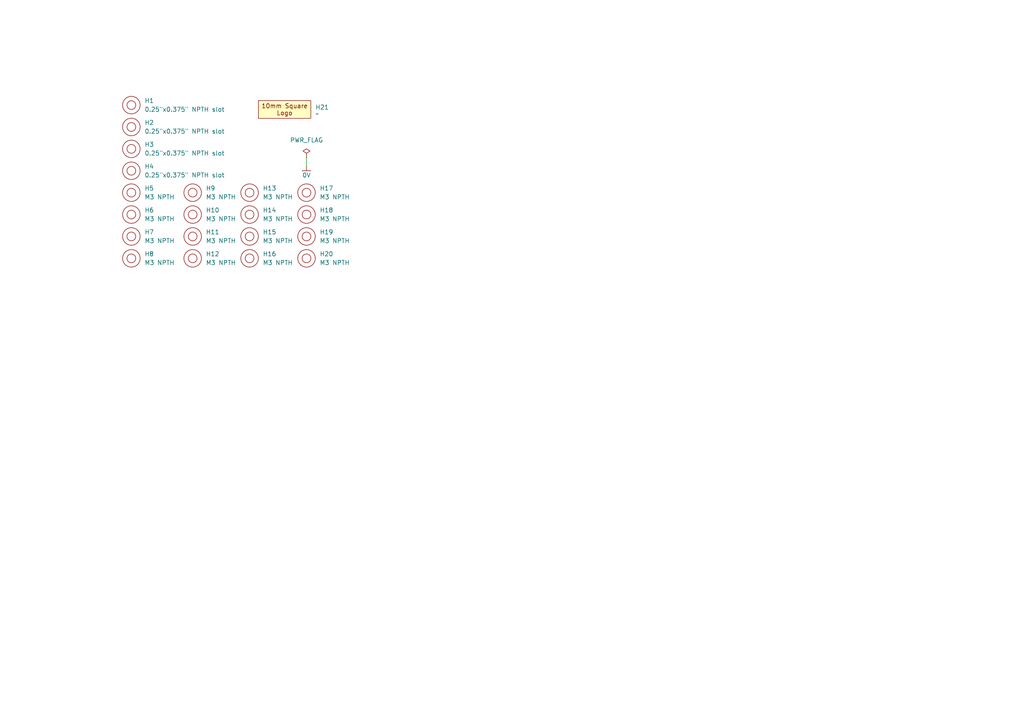
<source format=kicad_sch>
(kicad_sch (version 20250114) (generator "eeschema") (generator_version "9.0")
  (paper "A4")
  (lib_symbols
    (symbol "Layout_WUT:Logo_10mmx10mm" (in_bom no)
      (property "Reference" "H" (at 0 3.81 0))
      (symbol "Logo_10mmx10mm_1_1"
        (rectangle (start -7.62 2.54) (end 7.62 -2.54) (fill (type background)))
        (text "10mm Square\nLogo" (at 0 0 0) (effects (font (size 1.27 1.27))))
      )
    )
    (symbol "Layout_WUT:M3_NPTH"
      (property "Reference" "H" (at 0 3.81 0))
      (property "Value" "M3 NPTH" (at 0 -3.81 0))
      (symbol "M3_NPTH_0_1"
        (circle (center 0 0) (radius 1.27))
        (circle (center 0 0) (radius 2.54))
      )
    )
    (symbol "Layout_WUT:Mounting-hole_19-inch"
      (property "Reference" "H" (at 0 3.81 0))
      (property "Value" "0.25\"x0.375\" NPTH slot" (at 0 -3.81 0))
      (symbol "Mounting-hole_19-inch_0_1"
        (circle (center 0 0) (radius 1.27))
        (circle (center 0 0) (radius 2.54))
      )
    )
    (symbol "Power_WUT:0V" (power) (pin_numbers (hide yes)) (pin_names (hide yes)) (in_bom no) (on_board no)
      (property "Value" "0V" (at 0 -2.54 0))
      (symbol "0V_0_1"
        (polyline (pts (xy 0 0) (xy 0 -1.27)) (stroke (width 0.1524)))
        (polyline (pts (xy 1.27 -1.27) (xy -1.27 -1.27)) (stroke (width 0.1524)))
      )
      (symbol "0V_1_1"
        (pin power_in line (at 0 0 270) (length 0) (hide yes) (name "0V") (number "1"))
      )
    )
    (symbol "power:PWR_FLAG" (power) (pin_numbers (hide yes)) (pin_names (offset 0) (hide yes))
      (property "Value" "PWR_FLAG" (at 0 3.81 0))
      (symbol "PWR_FLAG_0_0"
        (pin power_out line (at 0 0 90) (length 0) (name "~") (number "1"))
      )
      (symbol "PWR_FLAG_0_1"
        (polyline (pts (xy 0 0) (xy 0 1.27) (xy -1.016 1.905) (xy 0 2.54) (xy 1.016 1.905) (xy 0 1.27)))
      )
    )
  )
  (wire (pts (xy 88.9 45.72) (xy 88.9 48.26)))
  (symbol (lib_id "Layout_WUT:M3_NPTH") (at 72.39 68.58 0) (unit 1)
    (property "Reference" "H15" (at 76.2 67.3099 0) (effects (justify left)))
    (property "Value" "M3 NPTH" (at 76.2 69.8499 0) (effects (justify left)))
    (property "Footprint" "MountingHole:MountingHole_3.2mm_M3_ISO14580" (effects (hide yes)))
  )
  (symbol (lib_id "Layout_WUT:Mounting-hole_19-inch") (at 38.1 30.48 0) (unit 1)
    (property "Reference" "H1" (at 41.91 29.2099 0) (effects (justify left)))
    (property "Value" "0.25\"x0.375\" NPTH slot" (at 41.91 31.7499 0) (effects (justify left)))
    (property "Footprint" "Misc_WUT:NPTH_Oval_9.525x6.35mm" (effects (hide yes)))
  )
  (symbol (lib_id "Layout_WUT:M3_NPTH") (at 88.9 55.88 0) (unit 1)
    (property "Reference" "H17" (at 92.71 54.6099 0) (effects (justify left)))
    (property "Value" "M3 NPTH" (at 92.71 57.1499 0) (effects (justify left)))
    (property "Footprint" "MountingHole:MountingHole_3.2mm_M3_ISO14580" (effects (hide yes)))
  )
  (symbol (lib_id "Layout_WUT:M3_NPTH") (at 55.88 74.93 0) (unit 1)
    (property "Reference" "H12" (at 59.69 73.6599 0) (effects (justify left)))
    (property "Value" "M3 NPTH" (at 59.69 76.1999 0) (effects (justify left)))
    (property "Footprint" "MountingHole:MountingHole_3.2mm_M3_ISO14580" (effects (hide yes)))
  )
  (symbol (lib_id "Layout_WUT:M3_NPTH") (at 72.39 74.93 0) (unit 1)
    (property "Reference" "H16" (at 76.2 73.6599 0) (effects (justify left)))
    (property "Value" "M3 NPTH" (at 76.2 76.1999 0) (effects (justify left)))
    (property "Footprint" "MountingHole:MountingHole_3.2mm_M3_ISO14580" (effects (hide yes)))
  )
  (symbol (lib_id "Layout_WUT:Mounting-hole_19-inch") (at 38.1 36.83 0) (unit 1)
    (property "Reference" "H2" (at 41.91 35.5599 0) (effects (justify left)))
    (property "Value" "0.25\"x0.375\" NPTH slot" (at 41.91 38.0999 0) (effects (justify left)))
    (property "Footprint" "Misc_WUT:NPTH_Oval_9.525x6.35mm" (effects (hide yes)))
  )
  (symbol (lib_id "Layout_WUT:M3_NPTH") (at 38.1 68.58 0) (unit 1)
    (property "Reference" "H7" (at 41.91 67.3099 0) (effects (justify left)))
    (property "Value" "M3 NPTH" (at 41.91 69.8499 0) (effects (justify left)))
    (property "Footprint" "MountingHole:MountingHole_3.2mm_M3_ISO14580" (effects (hide yes)))
  )
  (symbol (lib_id "Layout_WUT:Logo_10mmx10mm") (at 82.55 31.75 0) (unit 1) (in_bom no)
    (property "Reference" "H21" (at 91.44 31.1149 0) (effects (justify left)))
    (property "Value" "~" (at 91.44 33.02 0) (effects (justify left)))
    (property "Footprint" "Misc_WUT:Logo_10mmx10mm" (effects (hide yes)))
  )
  (symbol (lib_id "power:PWR_FLAG") (at 88.9 45.72 0) (unit 1)
    (property "Reference" "#FLG01" (effects (hide yes)))
    (property "Value" "PWR_FLAG" (at 88.9 40.64 0))
    (property "Description" "Special symbol for telling ERC where power comes from" (effects (hide yes)))
  )
  (symbol (lib_id "Power_WUT:0V") (at 88.9 48.26 0) (unit 1) (in_bom no) (on_board no)
    (property "Reference" "#PWR01" (effects (hide yes)))
    (property "Value" "0V" (at 88.9 50.8 0))
  )
  (symbol (lib_id "Layout_WUT:M3_NPTH") (at 55.88 62.23 0) (unit 1)
    (property "Reference" "H10" (at 59.69 60.9599 0) (effects (justify left)))
    (property "Value" "M3 NPTH" (at 59.69 63.4999 0) (effects (justify left)))
    (property "Footprint" "MountingHole:MountingHole_3.2mm_M3_ISO14580" (effects (hide yes)))
  )
  (symbol (lib_id "Layout_WUT:Mounting-hole_19-inch") (at 38.1 49.53 0) (unit 1)
    (property "Reference" "H4" (at 41.91 48.2599 0) (effects (justify left)))
    (property "Value" "0.25\"x0.375\" NPTH slot" (at 41.91 50.7999 0) (effects (justify left)))
    (property "Footprint" "Misc_WUT:NPTH_Oval_9.525x6.35mm" (effects (hide yes)))
  )
  (symbol (lib_id "Layout_WUT:M3_NPTH") (at 72.39 55.88 0) (unit 1)
    (property "Reference" "H13" (at 76.2 54.6099 0) (effects (justify left)))
    (property "Value" "M3 NPTH" (at 76.2 57.1499 0) (effects (justify left)))
    (property "Footprint" "MountingHole:MountingHole_3.2mm_M3_ISO14580" (effects (hide yes)))
  )
  (symbol (lib_id "Layout_WUT:M3_NPTH") (at 38.1 74.93 0) (unit 1)
    (property "Reference" "H8" (at 41.91 73.6599 0) (effects (justify left)))
    (property "Value" "M3 NPTH" (at 41.91 76.1999 0) (effects (justify left)))
    (property "Footprint" "MountingHole:MountingHole_3.2mm_M3_ISO14580" (effects (hide yes)))
  )
  (symbol (lib_id "Layout_WUT:M3_NPTH") (at 55.88 68.58 0) (unit 1)
    (property "Reference" "H11" (at 59.69 67.3099 0) (effects (justify left)))
    (property "Value" "M3 NPTH" (at 59.69 69.8499 0) (effects (justify left)))
    (property "Footprint" "MountingHole:MountingHole_3.2mm_M3_ISO14580" (effects (hide yes)))
  )
  (symbol (lib_id "Layout_WUT:M3_NPTH") (at 88.9 74.93 0) (unit 1)
    (property "Reference" "H20" (at 92.71 73.6599 0) (effects (justify left)))
    (property "Value" "M3 NPTH" (at 92.71 76.1999 0) (effects (justify left)))
    (property "Footprint" "MountingHole:MountingHole_3.2mm_M3_ISO14580" (effects (hide yes)))
  )
  (symbol (lib_id "Layout_WUT:M3_NPTH") (at 88.9 68.58 0) (unit 1)
    (property "Reference" "H19" (at 92.71 67.3099 0) (effects (justify left)))
    (property "Value" "M3 NPTH" (at 92.71 69.8499 0) (effects (justify left)))
    (property "Footprint" "MountingHole:MountingHole_3.2mm_M3_ISO14580" (effects (hide yes)))
  )
  (symbol (lib_id "Layout_WUT:M3_NPTH") (at 88.9 62.23 0) (unit 1)
    (property "Reference" "H18" (at 92.71 60.9599 0) (effects (justify left)))
    (property "Value" "M3 NPTH" (at 92.71 63.4999 0) (effects (justify left)))
    (property "Footprint" "MountingHole:MountingHole_3.2mm_M3_ISO14580" (effects (hide yes)))
  )
  (symbol (lib_id "Layout_WUT:M3_NPTH") (at 38.1 55.88 0) (unit 1)
    (property "Reference" "H5" (at 41.91 54.6099 0) (effects (justify left)))
    (property "Value" "M3 NPTH" (at 41.91 57.1499 0) (effects (justify left)))
    (property "Footprint" "MountingHole:MountingHole_3.2mm_M3_ISO14580" (effects (hide yes)))
  )
  (symbol (lib_id "Layout_WUT:M3_NPTH") (at 55.88 55.88 0) (unit 1)
    (property "Reference" "H9" (at 59.69 54.6099 0) (effects (justify left)))
    (property "Value" "M3 NPTH" (at 59.69 57.1499 0) (effects (justify left)))
    (property "Footprint" "MountingHole:MountingHole_3.2mm_M3_ISO14580" (effects (hide yes)))
  )
  (symbol (lib_id "Layout_WUT:Mounting-hole_19-inch") (at 38.1 43.18 0) (unit 1)
    (property "Reference" "H3" (at 41.91 41.9099 0) (effects (justify left)))
    (property "Value" "0.25\"x0.375\" NPTH slot" (at 41.91 44.4499 0) (effects (justify left)))
    (property "Footprint" "Misc_WUT:NPTH_Oval_9.525x6.35mm" (effects (hide yes)))
  )
  (symbol (lib_id "Layout_WUT:M3_NPTH") (at 38.1 62.23 0) (unit 1)
    (property "Reference" "H6" (at 41.91 60.9599 0) (effects (justify left)))
    (property "Value" "M3 NPTH" (at 41.91 63.4999 0) (effects (justify left)))
    (property "Footprint" "MountingHole:MountingHole_3.2mm_M3_ISO14580" (effects (hide yes)))
  )
  (symbol (lib_id "Layout_WUT:M3_NPTH") (at 72.39 62.23 0) (unit 1)
    (property "Reference" "H14" (at 76.2 60.9599 0) (effects (justify left)))
    (property "Value" "M3 NPTH" (at 76.2 63.4999 0) (effects (justify left)))
    (property "Footprint" "MountingHole:MountingHole_3.2mm_M3_ISO14580" (effects (hide yes)))
  )
)
</source>
